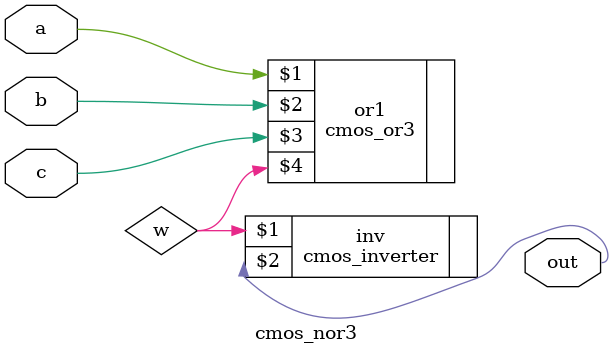
<source format=v>
module cmos_nor3(input a, b, c, output out);
	wire w;
	// NOR gate body, 3 input
	cmos_or3 or1(a, b, c, w);
	cmos_inverter inv(w, out);
endmodule


</source>
